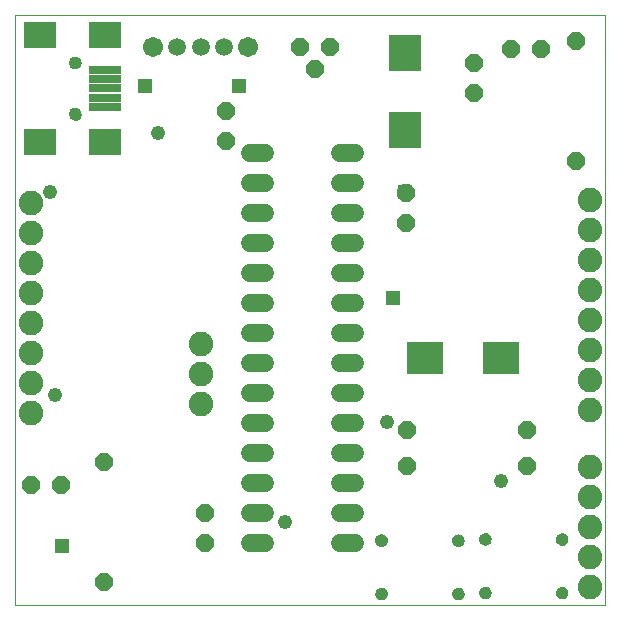
<source format=gts>
G75*
%MOIN*%
%OFA0B0*%
%FSLAX25Y25*%
%IPPOS*%
%LPD*%
%AMOC8*
5,1,8,0,0,1.08239X$1,22.5*
%
%ADD10C,0.00000*%
%ADD11OC8,0.06000*%
%ADD12R,0.12217X0.10643*%
%ADD13R,0.10643X0.12217*%
%ADD14C,0.08200*%
%ADD15R,0.10643X0.02769*%
%ADD16R,0.10643X0.08674*%
%ADD17C,0.04343*%
%ADD18C,0.00500*%
%ADD19C,0.06000*%
%ADD20C,0.05950*%
%ADD21C,0.06737*%
%ADD22R,0.04762X0.04762*%
%ADD23C,0.04800*%
D10*
X0013611Y0013611D02*
X0013611Y0210461D01*
X0210461Y0210461D01*
X0210461Y0013611D01*
X0013611Y0013611D01*
X0031997Y0177194D02*
X0031999Y0177278D01*
X0032005Y0177361D01*
X0032015Y0177444D01*
X0032029Y0177527D01*
X0032046Y0177609D01*
X0032068Y0177690D01*
X0032093Y0177769D01*
X0032122Y0177848D01*
X0032155Y0177925D01*
X0032191Y0178000D01*
X0032231Y0178074D01*
X0032274Y0178146D01*
X0032321Y0178215D01*
X0032371Y0178282D01*
X0032424Y0178347D01*
X0032480Y0178409D01*
X0032538Y0178469D01*
X0032600Y0178526D01*
X0032664Y0178579D01*
X0032731Y0178630D01*
X0032800Y0178677D01*
X0032871Y0178722D01*
X0032944Y0178762D01*
X0033019Y0178799D01*
X0033096Y0178833D01*
X0033174Y0178863D01*
X0033253Y0178889D01*
X0033334Y0178912D01*
X0033416Y0178930D01*
X0033498Y0178945D01*
X0033581Y0178956D01*
X0033664Y0178963D01*
X0033748Y0178966D01*
X0033832Y0178965D01*
X0033915Y0178960D01*
X0033999Y0178951D01*
X0034081Y0178938D01*
X0034163Y0178922D01*
X0034244Y0178901D01*
X0034325Y0178877D01*
X0034403Y0178849D01*
X0034481Y0178817D01*
X0034557Y0178781D01*
X0034631Y0178742D01*
X0034703Y0178700D01*
X0034773Y0178654D01*
X0034841Y0178605D01*
X0034906Y0178553D01*
X0034969Y0178498D01*
X0035029Y0178440D01*
X0035087Y0178379D01*
X0035141Y0178315D01*
X0035193Y0178249D01*
X0035241Y0178181D01*
X0035286Y0178110D01*
X0035327Y0178037D01*
X0035366Y0177963D01*
X0035400Y0177887D01*
X0035431Y0177809D01*
X0035458Y0177730D01*
X0035482Y0177649D01*
X0035501Y0177568D01*
X0035517Y0177486D01*
X0035529Y0177403D01*
X0035537Y0177319D01*
X0035541Y0177236D01*
X0035541Y0177152D01*
X0035537Y0177069D01*
X0035529Y0176985D01*
X0035517Y0176902D01*
X0035501Y0176820D01*
X0035482Y0176739D01*
X0035458Y0176658D01*
X0035431Y0176579D01*
X0035400Y0176501D01*
X0035366Y0176425D01*
X0035327Y0176351D01*
X0035286Y0176278D01*
X0035241Y0176207D01*
X0035193Y0176139D01*
X0035141Y0176073D01*
X0035087Y0176009D01*
X0035029Y0175948D01*
X0034969Y0175890D01*
X0034906Y0175835D01*
X0034841Y0175783D01*
X0034773Y0175734D01*
X0034703Y0175688D01*
X0034631Y0175646D01*
X0034557Y0175607D01*
X0034481Y0175571D01*
X0034403Y0175539D01*
X0034325Y0175511D01*
X0034244Y0175487D01*
X0034163Y0175466D01*
X0034081Y0175450D01*
X0033999Y0175437D01*
X0033915Y0175428D01*
X0033832Y0175423D01*
X0033748Y0175422D01*
X0033664Y0175425D01*
X0033581Y0175432D01*
X0033498Y0175443D01*
X0033416Y0175458D01*
X0033334Y0175476D01*
X0033253Y0175499D01*
X0033174Y0175525D01*
X0033096Y0175555D01*
X0033019Y0175589D01*
X0032944Y0175626D01*
X0032871Y0175666D01*
X0032800Y0175711D01*
X0032731Y0175758D01*
X0032664Y0175809D01*
X0032600Y0175862D01*
X0032538Y0175919D01*
X0032480Y0175979D01*
X0032424Y0176041D01*
X0032371Y0176106D01*
X0032321Y0176173D01*
X0032274Y0176242D01*
X0032231Y0176314D01*
X0032191Y0176388D01*
X0032155Y0176463D01*
X0032122Y0176540D01*
X0032093Y0176619D01*
X0032068Y0176698D01*
X0032046Y0176779D01*
X0032029Y0176861D01*
X0032015Y0176944D01*
X0032005Y0177027D01*
X0031999Y0177110D01*
X0031997Y0177194D01*
X0031997Y0194517D02*
X0031999Y0194601D01*
X0032005Y0194684D01*
X0032015Y0194767D01*
X0032029Y0194850D01*
X0032046Y0194932D01*
X0032068Y0195013D01*
X0032093Y0195092D01*
X0032122Y0195171D01*
X0032155Y0195248D01*
X0032191Y0195323D01*
X0032231Y0195397D01*
X0032274Y0195469D01*
X0032321Y0195538D01*
X0032371Y0195605D01*
X0032424Y0195670D01*
X0032480Y0195732D01*
X0032538Y0195792D01*
X0032600Y0195849D01*
X0032664Y0195902D01*
X0032731Y0195953D01*
X0032800Y0196000D01*
X0032871Y0196045D01*
X0032944Y0196085D01*
X0033019Y0196122D01*
X0033096Y0196156D01*
X0033174Y0196186D01*
X0033253Y0196212D01*
X0033334Y0196235D01*
X0033416Y0196253D01*
X0033498Y0196268D01*
X0033581Y0196279D01*
X0033664Y0196286D01*
X0033748Y0196289D01*
X0033832Y0196288D01*
X0033915Y0196283D01*
X0033999Y0196274D01*
X0034081Y0196261D01*
X0034163Y0196245D01*
X0034244Y0196224D01*
X0034325Y0196200D01*
X0034403Y0196172D01*
X0034481Y0196140D01*
X0034557Y0196104D01*
X0034631Y0196065D01*
X0034703Y0196023D01*
X0034773Y0195977D01*
X0034841Y0195928D01*
X0034906Y0195876D01*
X0034969Y0195821D01*
X0035029Y0195763D01*
X0035087Y0195702D01*
X0035141Y0195638D01*
X0035193Y0195572D01*
X0035241Y0195504D01*
X0035286Y0195433D01*
X0035327Y0195360D01*
X0035366Y0195286D01*
X0035400Y0195210D01*
X0035431Y0195132D01*
X0035458Y0195053D01*
X0035482Y0194972D01*
X0035501Y0194891D01*
X0035517Y0194809D01*
X0035529Y0194726D01*
X0035537Y0194642D01*
X0035541Y0194559D01*
X0035541Y0194475D01*
X0035537Y0194392D01*
X0035529Y0194308D01*
X0035517Y0194225D01*
X0035501Y0194143D01*
X0035482Y0194062D01*
X0035458Y0193981D01*
X0035431Y0193902D01*
X0035400Y0193824D01*
X0035366Y0193748D01*
X0035327Y0193674D01*
X0035286Y0193601D01*
X0035241Y0193530D01*
X0035193Y0193462D01*
X0035141Y0193396D01*
X0035087Y0193332D01*
X0035029Y0193271D01*
X0034969Y0193213D01*
X0034906Y0193158D01*
X0034841Y0193106D01*
X0034773Y0193057D01*
X0034703Y0193011D01*
X0034631Y0192969D01*
X0034557Y0192930D01*
X0034481Y0192894D01*
X0034403Y0192862D01*
X0034325Y0192834D01*
X0034244Y0192810D01*
X0034163Y0192789D01*
X0034081Y0192773D01*
X0033999Y0192760D01*
X0033915Y0192751D01*
X0033832Y0192746D01*
X0033748Y0192745D01*
X0033664Y0192748D01*
X0033581Y0192755D01*
X0033498Y0192766D01*
X0033416Y0192781D01*
X0033334Y0192799D01*
X0033253Y0192822D01*
X0033174Y0192848D01*
X0033096Y0192878D01*
X0033019Y0192912D01*
X0032944Y0192949D01*
X0032871Y0192989D01*
X0032800Y0193034D01*
X0032731Y0193081D01*
X0032664Y0193132D01*
X0032600Y0193185D01*
X0032538Y0193242D01*
X0032480Y0193302D01*
X0032424Y0193364D01*
X0032371Y0193429D01*
X0032321Y0193496D01*
X0032274Y0193565D01*
X0032231Y0193637D01*
X0032191Y0193711D01*
X0032155Y0193786D01*
X0032122Y0193863D01*
X0032093Y0193942D01*
X0032068Y0194021D01*
X0032046Y0194102D01*
X0032029Y0194184D01*
X0032015Y0194267D01*
X0032005Y0194350D01*
X0031999Y0194433D01*
X0031997Y0194517D01*
D11*
X0084005Y0178296D03*
X0084005Y0168296D03*
X0113611Y0192253D03*
X0108611Y0199753D03*
X0118611Y0199753D03*
X0166682Y0194359D03*
X0166682Y0184359D03*
X0179005Y0198926D03*
X0189005Y0198926D03*
X0200816Y0201761D03*
X0200816Y0161761D03*
X0144005Y0150894D03*
X0144005Y0140894D03*
X0144202Y0071879D03*
X0144202Y0060068D03*
X0184202Y0060068D03*
X0184202Y0071879D03*
X0077076Y0044280D03*
X0077076Y0034280D03*
X0043335Y0021209D03*
X0029162Y0053572D03*
X0019162Y0053572D03*
X0043335Y0061209D03*
D12*
X0150225Y0096052D03*
X0175816Y0096052D03*
D13*
X0143769Y0172154D03*
X0143769Y0197745D03*
D14*
X0205383Y0148650D03*
X0205383Y0138650D03*
X0205383Y0128650D03*
X0205383Y0118650D03*
X0205383Y0108650D03*
X0205383Y0098650D03*
X0205383Y0088650D03*
X0205383Y0078650D03*
X0205225Y0059635D03*
X0205225Y0049635D03*
X0205225Y0039635D03*
X0205225Y0029635D03*
X0205225Y0019635D03*
X0075619Y0080737D03*
X0075619Y0090737D03*
X0075619Y0100737D03*
X0019005Y0097548D03*
X0019005Y0107548D03*
X0019005Y0117548D03*
X0019005Y0127548D03*
X0019005Y0137548D03*
X0019005Y0147548D03*
X0019005Y0087548D03*
X0019005Y0077548D03*
D15*
X0043611Y0179556D03*
X0043611Y0182706D03*
X0043611Y0185855D03*
X0043611Y0189005D03*
X0043611Y0192154D03*
D16*
X0043611Y0203572D03*
X0021957Y0203572D03*
X0021957Y0168139D03*
X0043611Y0168139D03*
D17*
X0033769Y0177194D03*
X0033769Y0194517D03*
D18*
X0134764Y0036526D02*
X0134497Y0036257D01*
X0134296Y0035935D01*
X0134172Y0035576D01*
X0134130Y0035199D01*
X0134130Y0035159D01*
X0134169Y0034776D01*
X0134292Y0034411D01*
X0134493Y0034082D01*
X0134763Y0033807D01*
X0135086Y0033598D01*
X0135448Y0033467D01*
X0135831Y0033419D01*
X0135950Y0033409D01*
X0136327Y0033465D01*
X0136682Y0033603D01*
X0136997Y0033817D01*
X0137257Y0034096D01*
X0137448Y0034425D01*
X0137561Y0034789D01*
X0137590Y0035169D01*
X0137590Y0035149D01*
X0137549Y0035534D01*
X0137423Y0035901D01*
X0137219Y0036230D01*
X0136947Y0036505D01*
X0136620Y0036713D01*
X0136255Y0036843D01*
X0135870Y0036889D01*
X0135820Y0036899D01*
X0135443Y0036855D01*
X0135085Y0036729D01*
X0134764Y0036526D01*
X0134791Y0036543D02*
X0136888Y0036543D01*
X0137334Y0036044D02*
X0134364Y0036044D01*
X0134168Y0035546D02*
X0137545Y0035546D01*
X0137581Y0035047D02*
X0134142Y0035047D01*
X0134246Y0034548D02*
X0137486Y0034548D01*
X0137214Y0034050D02*
X0134525Y0034050D01*
X0135215Y0033551D02*
X0136550Y0033551D01*
X0135840Y0019069D02*
X0135463Y0019025D01*
X0135105Y0018899D01*
X0134784Y0018696D01*
X0134517Y0018427D01*
X0134316Y0018105D01*
X0134192Y0017746D01*
X0134150Y0017369D01*
X0134150Y0017329D01*
X0134189Y0016946D01*
X0134312Y0016581D01*
X0134514Y0016252D01*
X0134783Y0015977D01*
X0135106Y0015768D01*
X0135469Y0015637D01*
X0135851Y0015589D01*
X0135970Y0015579D01*
X0136347Y0015635D01*
X0136702Y0015773D01*
X0137017Y0015987D01*
X0137277Y0016266D01*
X0137468Y0016595D01*
X0137581Y0016959D01*
X0137610Y0017339D01*
X0137610Y0017319D01*
X0137569Y0017704D01*
X0137443Y0018071D01*
X0137239Y0018400D01*
X0136967Y0018675D01*
X0136640Y0018883D01*
X0136275Y0019013D01*
X0135890Y0019059D01*
X0135840Y0019069D01*
X0134685Y0018596D02*
X0137045Y0018596D01*
X0137427Y0018098D02*
X0134313Y0018098D01*
X0134176Y0017599D02*
X0137580Y0017599D01*
X0137592Y0017101D02*
X0134174Y0017101D01*
X0134305Y0016602D02*
X0137470Y0016602D01*
X0137126Y0016104D02*
X0134659Y0016104D01*
X0135725Y0015605D02*
X0136148Y0015605D01*
X0159750Y0017339D02*
X0159789Y0016956D01*
X0159912Y0016591D01*
X0160114Y0016262D01*
X0160383Y0015987D01*
X0160706Y0015778D01*
X0161069Y0015647D01*
X0161451Y0015599D01*
X0161570Y0015589D01*
X0161947Y0015644D01*
X0162302Y0015783D01*
X0162617Y0015997D01*
X0162877Y0016276D01*
X0163068Y0016605D01*
X0163181Y0016969D01*
X0163210Y0017349D01*
X0163210Y0017329D01*
X0163169Y0017714D01*
X0163043Y0018080D01*
X0162839Y0018410D01*
X0162567Y0018685D01*
X0162240Y0018893D01*
X0161875Y0019023D01*
X0161490Y0019069D01*
X0161440Y0019079D01*
X0161063Y0019035D01*
X0160705Y0018909D01*
X0160384Y0018706D01*
X0160117Y0018437D01*
X0159916Y0018115D01*
X0159792Y0017756D01*
X0159750Y0017379D01*
X0159750Y0017339D01*
X0159775Y0017101D02*
X0163191Y0017101D01*
X0163181Y0017599D02*
X0159775Y0017599D01*
X0159910Y0018098D02*
X0163033Y0018098D01*
X0162655Y0018596D02*
X0160275Y0018596D01*
X0159908Y0016602D02*
X0163066Y0016602D01*
X0162717Y0016104D02*
X0160269Y0016104D01*
X0161404Y0015605D02*
X0161681Y0015605D01*
X0168796Y0017340D02*
X0168919Y0016975D01*
X0169120Y0016646D01*
X0169389Y0016371D01*
X0169713Y0016162D01*
X0170075Y0016031D01*
X0170457Y0015983D01*
X0170576Y0015972D01*
X0170953Y0016028D01*
X0171308Y0016167D01*
X0171624Y0016381D01*
X0171883Y0016660D01*
X0172074Y0016989D01*
X0172187Y0017353D01*
X0172217Y0017733D01*
X0172217Y0017713D01*
X0172175Y0018098D01*
X0172050Y0018464D01*
X0171845Y0018794D01*
X0171573Y0019069D01*
X0171246Y0019277D01*
X0170881Y0019407D01*
X0170496Y0019453D01*
X0170446Y0019463D01*
X0170069Y0019419D01*
X0169712Y0019293D01*
X0169391Y0019090D01*
X0169123Y0018821D01*
X0168922Y0018499D01*
X0168798Y0018140D01*
X0168757Y0017763D01*
X0168757Y0017723D01*
X0168796Y0017340D01*
X0168876Y0017101D02*
X0172109Y0017101D01*
X0172206Y0017599D02*
X0168769Y0017599D01*
X0168793Y0018098D02*
X0172175Y0018098D01*
X0171968Y0018596D02*
X0168983Y0018596D01*
X0169398Y0019095D02*
X0171533Y0019095D01*
X0171830Y0016602D02*
X0169163Y0016602D01*
X0169874Y0016104D02*
X0171146Y0016104D01*
X0170556Y0033802D02*
X0170933Y0033858D01*
X0171288Y0033997D01*
X0171604Y0034211D01*
X0171863Y0034489D01*
X0172054Y0034819D01*
X0172167Y0035183D01*
X0172196Y0035563D01*
X0172196Y0035543D01*
X0172155Y0035928D01*
X0172030Y0036294D01*
X0171825Y0036623D01*
X0171553Y0036899D01*
X0171226Y0037107D01*
X0170861Y0037237D01*
X0170476Y0037283D01*
X0170426Y0037293D01*
X0170049Y0037249D01*
X0169691Y0037123D01*
X0169371Y0036920D01*
X0169103Y0036650D01*
X0168902Y0036328D01*
X0168778Y0035970D01*
X0168737Y0035593D01*
X0168737Y0035553D01*
X0168775Y0035170D01*
X0168899Y0034805D01*
X0169100Y0034476D01*
X0169369Y0034201D01*
X0169693Y0033992D01*
X0170055Y0033861D01*
X0170437Y0033813D01*
X0170556Y0033802D01*
X0171367Y0034050D02*
X0169603Y0034050D01*
X0169055Y0034548D02*
X0171898Y0034548D01*
X0172125Y0035047D02*
X0168817Y0035047D01*
X0168737Y0035546D02*
X0172195Y0035546D01*
X0172196Y0035546D02*
X0172196Y0035546D01*
X0172115Y0036044D02*
X0168804Y0036044D01*
X0169036Y0036543D02*
X0171876Y0036543D01*
X0171330Y0037041D02*
X0169563Y0037041D01*
X0163169Y0035524D02*
X0163210Y0035139D01*
X0163210Y0035159D01*
X0163181Y0034780D01*
X0163068Y0034416D01*
X0162877Y0034086D01*
X0162617Y0033807D01*
X0162302Y0033593D01*
X0161947Y0033455D01*
X0161570Y0033399D01*
X0161451Y0033409D01*
X0161069Y0033457D01*
X0160706Y0033588D01*
X0160383Y0033797D01*
X0160114Y0034073D01*
X0159912Y0034401D01*
X0159789Y0034766D01*
X0159750Y0035149D01*
X0159750Y0035189D01*
X0159792Y0035566D01*
X0159916Y0035925D01*
X0160117Y0036247D01*
X0160384Y0036516D01*
X0160705Y0036719D01*
X0161063Y0036845D01*
X0161440Y0036889D01*
X0161490Y0036879D01*
X0161875Y0036834D01*
X0162240Y0036703D01*
X0162567Y0036495D01*
X0162839Y0036220D01*
X0163043Y0035891D01*
X0163169Y0035524D01*
X0163162Y0035546D02*
X0159789Y0035546D01*
X0159761Y0035047D02*
X0163202Y0035047D01*
X0163109Y0034548D02*
X0159863Y0034548D01*
X0160136Y0034050D02*
X0162844Y0034050D01*
X0162195Y0033551D02*
X0160808Y0033551D01*
X0159990Y0036044D02*
X0162948Y0036044D01*
X0162493Y0036543D02*
X0160426Y0036543D01*
X0194357Y0035583D02*
X0194357Y0035543D01*
X0194396Y0035160D01*
X0194519Y0034795D01*
X0194720Y0034466D01*
X0194989Y0034191D01*
X0195313Y0033982D01*
X0195675Y0033851D01*
X0196057Y0033803D01*
X0196176Y0033793D01*
X0196553Y0033848D01*
X0196908Y0033987D01*
X0197224Y0034201D01*
X0197483Y0034480D01*
X0197674Y0034809D01*
X0197787Y0035173D01*
X0197817Y0035553D01*
X0197817Y0035533D01*
X0197775Y0035918D01*
X0197650Y0036284D01*
X0197445Y0036614D01*
X0197173Y0036889D01*
X0196846Y0037097D01*
X0196481Y0037227D01*
X0196096Y0037273D01*
X0196046Y0037283D01*
X0195669Y0037239D01*
X0195312Y0037113D01*
X0194991Y0036910D01*
X0194723Y0036641D01*
X0194522Y0036319D01*
X0194398Y0035960D01*
X0194357Y0035583D01*
X0194357Y0035546D02*
X0197815Y0035546D01*
X0197816Y0035546D02*
X0197817Y0035546D01*
X0197748Y0035047D02*
X0194434Y0035047D01*
X0194669Y0034548D02*
X0197523Y0034548D01*
X0197001Y0034050D02*
X0195208Y0034050D01*
X0194427Y0036044D02*
X0197732Y0036044D01*
X0197489Y0036543D02*
X0194662Y0036543D01*
X0195198Y0037041D02*
X0196934Y0037041D01*
X0196046Y0019472D02*
X0195669Y0019429D01*
X0195312Y0019302D01*
X0194991Y0019100D01*
X0194723Y0018830D01*
X0194522Y0018508D01*
X0194398Y0018150D01*
X0194357Y0017772D01*
X0194357Y0017733D01*
X0194396Y0017349D01*
X0194519Y0016984D01*
X0194720Y0016656D01*
X0194989Y0016381D01*
X0195313Y0016172D01*
X0195675Y0016040D01*
X0196057Y0015993D01*
X0196176Y0015982D01*
X0196553Y0016038D01*
X0196908Y0016177D01*
X0197224Y0016391D01*
X0197483Y0016669D01*
X0197674Y0016999D01*
X0197787Y0017363D01*
X0197817Y0017743D01*
X0197817Y0017722D01*
X0197775Y0018108D01*
X0197650Y0018474D01*
X0197445Y0018803D01*
X0197173Y0019079D01*
X0196846Y0019287D01*
X0196481Y0019417D01*
X0196096Y0019463D01*
X0196046Y0019472D01*
X0194986Y0019095D02*
X0197148Y0019095D01*
X0197574Y0018596D02*
X0194577Y0018596D01*
X0194392Y0018098D02*
X0197777Y0018098D01*
X0197806Y0017599D02*
X0194370Y0017599D01*
X0194479Y0017101D02*
X0197706Y0017101D01*
X0197421Y0016602D02*
X0194773Y0016602D01*
X0195501Y0016104D02*
X0196721Y0016104D01*
D19*
X0127077Y0034241D02*
X0121877Y0034241D01*
X0121877Y0044241D02*
X0127077Y0044241D01*
X0127077Y0054241D02*
X0121877Y0054241D01*
X0121877Y0064241D02*
X0127077Y0064241D01*
X0127077Y0074241D02*
X0121877Y0074241D01*
X0121877Y0084241D02*
X0127077Y0084241D01*
X0127077Y0094241D02*
X0121877Y0094241D01*
X0121877Y0104241D02*
X0127077Y0104241D01*
X0127077Y0114241D02*
X0121877Y0114241D01*
X0121877Y0124241D02*
X0127077Y0124241D01*
X0127077Y0134241D02*
X0121877Y0134241D01*
X0121877Y0144241D02*
X0127077Y0144241D01*
X0127077Y0154241D02*
X0121877Y0154241D01*
X0121877Y0164241D02*
X0127077Y0164241D01*
X0097077Y0164241D02*
X0091877Y0164241D01*
X0091877Y0154241D02*
X0097077Y0154241D01*
X0097077Y0144241D02*
X0091877Y0144241D01*
X0091877Y0134241D02*
X0097077Y0134241D01*
X0097077Y0124241D02*
X0091877Y0124241D01*
X0091877Y0114241D02*
X0097077Y0114241D01*
X0097077Y0104241D02*
X0091877Y0104241D01*
X0091877Y0094241D02*
X0097077Y0094241D01*
X0097077Y0084241D02*
X0091877Y0084241D01*
X0091877Y0074241D02*
X0097077Y0074241D01*
X0097077Y0064241D02*
X0091877Y0064241D01*
X0091877Y0054241D02*
X0097077Y0054241D01*
X0097077Y0044241D02*
X0091877Y0044241D01*
X0091877Y0034241D02*
X0097077Y0034241D01*
D20*
X0083454Y0199595D03*
X0075580Y0199595D03*
X0067706Y0199595D03*
D21*
X0059831Y0199595D03*
X0091328Y0199595D03*
D22*
X0088414Y0186839D03*
X0056918Y0186839D03*
X0094162Y0154556D03*
X0139595Y0115973D03*
X0143532Y0151406D03*
X0029359Y0033296D03*
D23*
X0027111Y0083811D03*
X0025311Y0151311D03*
X0061311Y0171111D03*
X0137811Y0074811D03*
X0103611Y0041511D03*
X0175611Y0055011D03*
M02*

</source>
